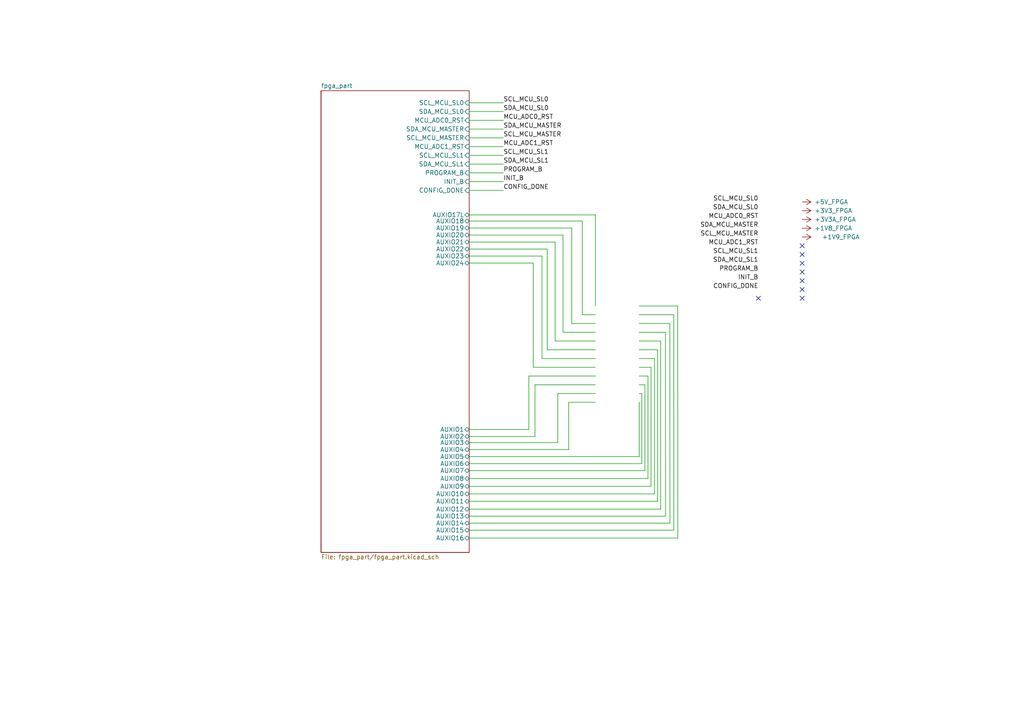
<source format=kicad_sch>
(kicad_sch (version 20211123) (generator eeschema)
  (paper "A4")
  (title_block (title "VGA Centrifuge") (date "2022-09-30") (rev "R1") (comment 1 "Author: Paolo Celati") (comment 2 "FPGA Toplevel"))
  (lib_symbols
    (symbol "centrifuge_symbols:+1V8_FPGA" (power) (pin_names (offset 0))
      (property "Value" "+1V8_FPGA" (at 0 3.556 90))
      (symbol "+1V8_FPGA_0_1"
        (polyline (pts (xy -0.762 1.27) (xy 0 2.54)))
        (polyline (pts (xy 0 0) (xy 0 2.54)))
        (polyline (pts (xy 0 2.54) (xy 0.762 1.27)))
      )
      (symbol "+1V8_FPGA_1_1"
        (pin power_in line (at 0 0 90) (length 0) hide (name "+1V8_FPGA") (number "1"))
      )
    )
    (symbol "centrifuge_symbols:+1V9_FPGA" (power) (pin_names (offset 0))
      (property "Value" "+1V9_FPGA" (at 0 5.715 90))
      (symbol "+1V9_FPGA_0_1"
        (polyline (pts (xy -0.762 1.27) (xy 0 2.54)))
        (polyline (pts (xy 0 0) (xy 0 2.54)))
        (polyline (pts (xy 0 2.54) (xy 0.762 1.27)))
      )
      (symbol "+1V9_FPGA_1_1"
        (pin power_in line (at 0 0 90) (length 0) hide (name "+1V9_FPGA") (number "1"))
      )
    )
    (symbol "centrifuge_symbols:+3V3A_FPGA" (power) (pin_names (offset 0))
      (property "Value" "+3V3A_FPGA" (at 0 3.556 90))
      (symbol "+3V3A_FPGA_0_1"
        (polyline (pts (xy -0.762 1.27) (xy 0 2.54)))
        (polyline (pts (xy 0 0) (xy 0 2.54)))
        (polyline (pts (xy 0 2.54) (xy 0.762 1.27)))
      )
      (symbol "+3V3A_FPGA_1_1"
        (pin power_in line (at 0 0 90) (length 0) hide (name "+3V3A_FPGA") (number "1"))
      )
    )
    (symbol "centrifuge_symbols:+3V3_FPGA" (power) (pin_names (offset 0))
      (property "Value" "+3V3_FPGA" (at 0 3.556 90))
      (symbol "+3V3_FPGA_0_1"
        (polyline (pts (xy -0.762 1.27) (xy 0 2.54)))
        (polyline (pts (xy 0 0) (xy 0 2.54)))
        (polyline (pts (xy 0 2.54) (xy 0.762 1.27)))
      )
      (symbol "+3V3_FPGA_1_1"
        (pin power_in line (at 0 0 90) (length 0) hide (name "+3V3_FPGA") (number "1"))
      )
    )
    (symbol "centrifuge_symbols:+5V_FPGA" (power) (pin_names (offset 0))
      (property "Value" "+5V_FPGA" (at 0 3.556 90))
      (symbol "+5V_FPGA_0_1"
        (polyline (pts (xy -0.762 1.27) (xy 0 2.54)))
        (polyline (pts (xy 0 0) (xy 0 2.54)))
        (polyline (pts (xy 0 2.54) (xy 0.762 1.27)))
      )
      (symbol "+5V_FPGA_1_1"
        (pin power_in line (at 0 0 90) (length 0) hide (name "+5V_FPGA") (number "1"))
      )
    )
  )
  (bus_alias "COLOUR_BUS" (members "R9" "R8" "R7" "R6" "R5" "G9" "G8" "G7" "G6" "G5" "G4" "B9" "B8" "B7" "B6" "B5"))
  (no_connect (at 219.964 86.5124))
  (no_connect (at 232.664 76.3524))
  (no_connect (at 232.664 73.8124))
  (no_connect (at 232.664 71.2724))
  (no_connect (at 232.664 78.8924))
  (no_connect (at 232.664 81.4324))
  (no_connect (at 232.664 83.9724))
  (no_connect (at 232.664 86.5124))
  (wire (pts (xy 191.6176 147.6756) (xy 191.6176 98.9076)))
  (wire (pts (xy 185.3946 101.4476) (xy 190.7286 101.4476)))
  (wire (pts (xy 136.0932 149.7076) (xy 193.04 149.7076)))
  (wire (pts (xy 186.1566 114.1476) (xy 186.1566 134.4676)))
  (wire (pts (xy 136.0932 34.8996) (xy 145.9992 34.8996)))
  (wire (pts (xy 136.0932 37.4396) (xy 145.9992 37.4396)))
  (wire (pts (xy 193.0146 96.3676) (xy 193.04 149.7076)))
  (wire (pts (xy 172.6946 116.6876) (xy 164.9476 116.6876)))
  (wire (pts (xy 187.0456 111.6076) (xy 185.3946 111.6076)))
  (wire (pts (xy 136.0932 66.1416) (xy 165.8366 66.1416)))
  (wire (pts (xy 136.0932 50.1396) (xy 145.9992 50.1396)))
  (wire (pts (xy 136.0932 156.0576) (xy 196.596 156.0576)))
  (wire (pts (xy 194.31 151.7396) (xy 194.2846 93.8276)))
  (wire (pts (xy 136.0932 52.6796) (xy 145.9992 52.6796)))
  (wire (pts (xy 136.0932 70.2056) (xy 161.0106 70.2056)))
  (wire (pts (xy 187.0456 136.4996) (xy 187.0456 111.6076)))
  (wire (pts (xy 185.3946 91.2876) (xy 195.4276 91.2876)))
  (wire (pts (xy 136.0932 47.5996) (xy 145.9992 47.5996)))
  (wire (pts (xy 136.0932 143.256) (xy 189.8396 143.256)))
  (wire (pts (xy 187.9346 109.0676) (xy 187.9346 138.7856)))
  (wire (pts (xy 157.2006 103.9876) (xy 172.6946 103.9876)))
  (wire (pts (xy 136.0932 29.8196) (xy 145.9992 29.8196)))
  (wire (pts (xy 165.8366 93.8276) (xy 172.6946 93.8276)))
  (wire (pts (xy 136.0932 153.7716) (xy 195.4276 153.7716)))
  (wire (pts (xy 136.0932 145.3896) (xy 190.754 145.3896)))
  (wire (pts (xy 196.596 156.0576) (xy 196.5706 88.7476)))
  (wire (pts (xy 136.0932 151.7396) (xy 194.31 151.7396)))
  (wire (pts (xy 190.7286 101.4476) (xy 190.754 145.3896)))
  (wire (pts (xy 189.8396 143.256) (xy 189.8396 103.9876)))
  (wire (pts (xy 136.0932 134.4676) (xy 186.1566 134.4676)))
  (wire (pts (xy 185.3946 109.0676) (xy 187.9346 109.0676)))
  (wire (pts (xy 185.3946 98.9076) (xy 191.6176 98.9076)))
  (wire (pts (xy 188.8236 141.0716) (xy 188.8236 106.5276)))
  (wire (pts (xy 153.3906 109.0676) (xy 172.6946 109.0676)))
  (wire (pts (xy 136.0932 128.3716) (xy 161.7726 128.3716)))
  (wire (pts (xy 136.0932 76.3016) (xy 154.6606 76.3016)))
  (wire (pts (xy 172.6946 106.5276) (xy 154.6606 106.5276)))
  (wire (pts (xy 136.0932 132.4356) (xy 185.3946 132.4356)))
  (wire (pts (xy 185.3946 114.1476) (xy 186.1566 114.1476)))
  (wire (pts (xy 136.0932 147.6756) (xy 191.6176 147.6756)))
  (wire (pts (xy 157.2006 74.2696) (xy 157.2006 103.9876)))
  (wire (pts (xy 136.0932 39.9796) (xy 145.9992 39.9796)))
  (wire (pts (xy 194.2846 93.8276) (xy 185.3946 93.8276)))
  (wire (pts (xy 161.0106 70.2056) (xy 161.0106 98.9076)))
  (wire (pts (xy 136.0932 42.5196) (xy 145.9992 42.5196)))
  (wire (pts (xy 136.0932 32.3596) (xy 145.9992 32.3596)))
  (wire (pts (xy 153.3906 124.5616) (xy 153.3906 109.0676)))
  (wire (pts (xy 172.6946 101.4476) (xy 158.7246 101.4476)))
  (wire (pts (xy 165.8366 66.1416) (xy 165.8366 93.8276)))
  (wire (pts (xy 136.0932 74.2696) (xy 157.2006 74.2696)))
  (wire (pts (xy 136.0932 45.0596) (xy 145.9992 45.0596)))
  (wire (pts (xy 185.3946 132.4356) (xy 185.3946 116.6876)))
  (wire (pts (xy 158.7246 101.4476) (xy 158.7246 72.2376)))
  (wire (pts (xy 136.0932 55.2196) (xy 145.9992 55.2196)))
  (wire (pts (xy 136.0932 62.3316) (xy 172.6946 62.3316)))
  (wire (pts (xy 189.8396 103.9876) (xy 185.3946 103.9876)))
  (wire (pts (xy 136.0932 124.5616) (xy 153.3906 124.5616)))
  (wire (pts (xy 164.9476 116.6876) (xy 164.9476 130.4036)))
  (wire (pts (xy 161.7726 128.3716) (xy 161.7726 114.1476)))
  (wire (pts (xy 136.0932 136.4996) (xy 187.0456 136.4996)))
  (wire (pts (xy 136.0932 126.5936) (xy 155.1686 126.5936)))
  (wire (pts (xy 136.0932 68.1736) (xy 163.2966 68.1736)))
  (wire (pts (xy 196.5706 88.7476) (xy 185.3946 88.7476)))
  (wire (pts (xy 172.6946 62.3316) (xy 172.6946 88.7476)))
  (wire (pts (xy 163.2966 96.3676) (xy 163.2966 68.1736)))
  (wire (pts (xy 172.6946 96.3676) (xy 163.2966 96.3676)))
  (wire (pts (xy 188.8236 106.5276) (xy 185.3946 106.5276)))
  (wire (pts (xy 161.7726 114.1476) (xy 172.6946 114.1476)))
  (wire (pts (xy 136.0932 130.4036) (xy 164.9476 130.4036)))
  (wire (pts (xy 136.0932 72.2376) (xy 158.7246 72.2376)))
  (wire (pts (xy 185.3946 96.3676) (xy 193.0146 96.3676)))
  (wire (pts (xy 154.6606 106.5276) (xy 154.6606 76.3016)))
  (wire (pts (xy 168.8846 91.2876) (xy 168.8846 64.1096)))
  (wire (pts (xy 136.0932 138.7856) (xy 187.9346 138.7856)))
  (wire (pts (xy 161.0106 98.9076) (xy 172.6946 98.9076)))
  (wire (pts (xy 195.4276 91.2876) (xy 195.4276 153.7716)))
  (wire (pts (xy 155.1686 111.6076) (xy 172.6946 111.6076)))
  (wire (pts (xy 136.0932 141.0716) (xy 188.8236 141.0716)))
  (wire (pts (xy 155.1686 111.6076) (xy 155.1686 126.5936)))
  (wire (pts (xy 172.6946 91.2876) (xy 168.8846 91.2876)))
  (wire (pts (xy 136.0932 64.1096) (xy 168.8846 64.1096)))
  (label "MCU_ADC0_RST" (at 219.964 63.6524 180))
  (label "INIT_B" (at 219.964 81.4324 180))
  (label "CONFIG_DONE" (at 219.964 83.9724 180))
  (label "SDA_MCU_SL1" (at 145.9992 47.5996 0))
  (label "MCU_ADC1_RST" (at 145.9992 42.5196 0))
  (label "SDA_MCU_MASTER" (at 145.9992 37.4396 0))
  (label "MCU_ADC1_RST" (at 219.964 71.2724 180))
  (label "SCL_MCU_MASTER" (at 219.964 68.7324 180))
  (label "SCL_MCU_MASTER" (at 145.9992 39.9796 0))
  (label "SCL_MCU_SL1" (at 219.964 73.8124 180))
  (label "SCL_MCU_SL0" (at 219.964 58.5724 180))
  (label "SDA_MCU_SL0" (at 145.9992 32.3596 0))
  (label "SCL_MCU_SL1" (at 145.9992 45.0596 0))
  (label "SCL_MCU_SL0" (at 145.9992 29.8196 0))
  (label "MCU_ADC0_RST" (at 145.9992 34.8996 0))
  (label "SDA_MCU_MASTER" (at 219.964 66.1924 180))
  (label "PROGRAM_B" (at 219.964 78.8924 180))
  (label "CONFIG_DONE" (at 145.9992 55.2196 0))
  (label "PROGRAM_B" (at 145.9992 50.1396 0))
  (label "SDA_MCU_SL0" (at 219.964 61.1124 180))
  (label "INIT_B" (at 145.9992 52.6796 0))
  (label "SDA_MCU_SL1" (at 219.964 76.3524 180))
  (symbol (lib_id "centrifuge_symbols:+1V8_FPGA") (at 232.664 66.1924 270) (unit 1)
    (property "Reference" "#PWR0102" (effects hide))
    (property "Value" "+1V8_FPGA" (at 236.22 66.1924 90) (effects (justify left)))
  )
  (symbol (lib_id "centrifuge_symbols:+3V3A_FPGA") (at 232.664 63.6524 270) (unit 1)
    (property "Reference" "#PWR0115" (effects hide))
    (property "Value" "+3V3A_FPGA" (at 236.22 63.6524 90) (effects (justify left)))
  )
  (symbol (lib_id "centrifuge_symbols:+3V3_FPGA") (at 232.664 61.1124 270) (unit 1)
    (property "Reference" "#PWR0112" (effects hide))
    (property "Value" "+3V3_FPGA" (at 236.22 61.1124 90) (effects (justify left)))
  )
  (symbol (lib_id "centrifuge_symbols:+1V9_FPGA") (at 232.664 68.7324 270) (unit 1)
    (property "Reference" "#PWR0117" (effects hide))
    (property "Value" "+1V9_FPGA" (at 238.379 68.7324 90) (effects (justify left)))
  )
  (symbol (lib_id "centrifuge_symbols:+5V_FPGA") (at 232.664 58.5724 270) (unit 1)
    (property "Reference" "#PWR0111" (effects hide))
    (property "Value" "+5V_FPGA" (at 236.22 58.5724 90) (effects (justify left)))
  )
  (sheet (at 93.1164 26.3144) (size 42.9768 133.9088) (stroke (width 0.1524))
    (property "Sheet name" "fpga_part" (at 93.1164 25.6028 0) (effects (justify left bottom)))
    (property "Sheet file" "fpga_part/fpga_part.kicad_sch" (at 93.1164 160.8078 0) (effects (justify left top)))
    (pin "AUXIO24" bidirectional (at 136.0932 76.3016 0))
    (pin "AUXIO23" bidirectional (at 136.0932 74.2696 0))
    (pin "AUXIO22" bidirectional (at 136.0932 72.2376 0))
    (pin "AUXIO17L" bidirectional (at 136.0932 62.3316 0))
    (pin "AUXIO19" bidirectional (at 136.0932 66.1416 0))
    (pin "AUXIO21" bidirectional (at 136.0932 70.2056 0))
    (pin "AUXIO20" bidirectional (at 136.0932 68.1736 0))
    (pin "AUXIO18" bidirectional (at 136.0932 64.1096 0))
    (pin "SDA_MCU_SL0" input (at 136.0932 32.3596 0))
    (pin "SCL_MCU_SL0" input (at 136.0932 29.8196 0))
    (pin "MCU_ADC1_RST" input (at 136.0932 42.5196 0))
    (pin "MCU_ADC0_RST" input (at 136.0932 34.8996 0))
    (pin "SCL_MCU_MASTER" input (at 136.0932 39.9796 0))
    (pin "SDA_MCU_MASTER" input (at 136.0932 37.4396 0))
    (pin "INIT_B" input (at 136.0932 52.6796 0))
    (pin "PROGRAM_B" input (at 136.0932 50.1396 0))
    (pin "SDA_MCU_SL1" input (at 136.0932 47.5996 0))
    (pin "SCL_MCU_SL1" input (at 136.0932 45.0596 0))
    (pin "CONFIG_DONE" input (at 136.0932 55.2196 0))
    (pin "AUXIO8" bidirectional (at 136.0932 138.7856 0))
    (pin "AUXIO9" bidirectional (at 136.0932 141.0716 0))
    (pin "AUXIO6" bidirectional (at 136.0932 134.4676 0))
    (pin "AUXIO10" bidirectional (at 136.0932 143.256 0))
    (pin "AUXIO7" bidirectional (at 136.0932 136.4996 0))
    (pin "AUXIO13" bidirectional (at 136.0932 149.7076 0))
    (pin "AUXIO11" bidirectional (at 136.0932 145.3896 0))
    (pin "AUXIO14" bidirectional (at 136.0932 151.7396 0))
    (pin "AUXIO12" bidirectional (at 136.0932 147.6756 0))
    (pin "AUXIO16" bidirectional (at 136.0932 156.0576 0))
    (pin "AUXIO15" bidirectional (at 136.0932 153.7716 0))
    (pin "AUXIO4" bidirectional (at 136.0932 130.4036 0))
    (pin "AUXIO2" bidirectional (at 136.0932 126.5936 0))
    (pin "AUXIO3" bidirectional (at 136.0932 128.3716 0))
    (pin "AUXIO1" bidirectional (at 136.0932 124.5616 0))
    (pin "AUXIO5" bidirectional (at 136.0932 132.4356 0))
  )
)
</source>
